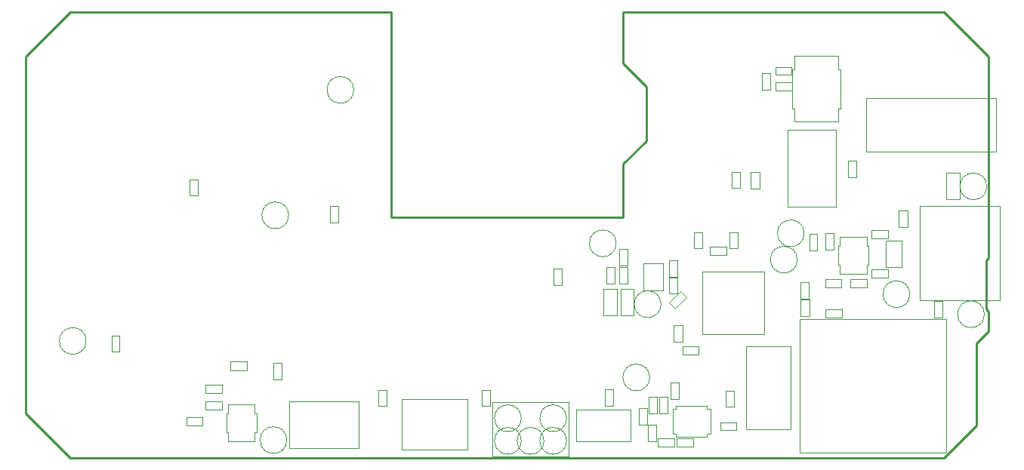
<source format=gbr>
%TF.GenerationSoftware,KiCad,Pcbnew,9.0.7*%
%TF.CreationDate,2026-01-30T16:58:59+00:00*%
%TF.ProjectId,FED3,46454433-2e6b-4696-9361-645f70636258,rev?*%
%TF.SameCoordinates,Original*%
%TF.FileFunction,Other,User*%
%FSLAX46Y46*%
G04 Gerber Fmt 4.6, Leading zero omitted, Abs format (unit mm)*
G04 Created by KiCad (PCBNEW 9.0.7) date 2026-01-30 16:58:59*
%MOMM*%
%LPD*%
G01*
G04 APERTURE LIST*
%ADD10C,0.050000*%
%TA.AperFunction,Profile*%
%ADD11C,0.250000*%
%TD*%
G04 APERTURE END LIST*
D10*
%TO.C,J1*%
X155432050Y-129879743D02*
X155432050Y-123789743D01*
X155432050Y-123789743D02*
X146812050Y-123789743D01*
X146812050Y-129879743D02*
X155432050Y-129879743D01*
X146812050Y-123789743D02*
X146812050Y-129879743D01*
%TO.C,TP13*%
X150082050Y-128109743D02*
G75*
G02*
X147082050Y-128109743I-1500000J0D01*
G01*
X147082050Y-128109743D02*
G75*
G02*
X150082050Y-128109743I1500000J0D01*
G01*
%TO.C,TP14*%
X152622050Y-128109743D02*
G75*
G02*
X149622050Y-128109743I-1500000J0D01*
G01*
X149622050Y-128109743D02*
G75*
G02*
X152622050Y-128109743I1500000J0D01*
G01*
%TO.C,TP15*%
X150082050Y-125569743D02*
G75*
G02*
X147082050Y-125569743I-1500000J0D01*
G01*
X147082050Y-125569743D02*
G75*
G02*
X150082050Y-125569743I1500000J0D01*
G01*
%TO.C,TP17*%
X155162050Y-128109743D02*
G75*
G02*
X152162050Y-128109743I-1500000J0D01*
G01*
X152162050Y-128109743D02*
G75*
G02*
X155162050Y-128109743I1500000J0D01*
G01*
%TO.C,TP16*%
X155162050Y-125569743D02*
G75*
G02*
X152162050Y-125569743I-1500000J0D01*
G01*
X152162050Y-125569743D02*
G75*
G02*
X155162050Y-125569743I1500000J0D01*
G01*
%TO.C,TP10*%
X181025000Y-107775000D02*
G75*
G02*
X178025000Y-107775000I-1500000J0D01*
G01*
X178025000Y-107775000D02*
G75*
G02*
X181025000Y-107775000I1500000J0D01*
G01*
%TO.C,TP9*%
X202000000Y-113900000D02*
G75*
G02*
X199000000Y-113900000I-1500000J0D01*
G01*
X199000000Y-113900000D02*
G75*
G02*
X202000000Y-113900000I1500000J0D01*
G01*
%TO.C,TP6*%
X202275000Y-99550000D02*
G75*
G02*
X199275000Y-99550000I-1500000J0D01*
G01*
X199275000Y-99550000D02*
G75*
G02*
X202275000Y-99550000I1500000J0D01*
G01*
%TO.C,TP1*%
X181800000Y-104825000D02*
G75*
G02*
X178800000Y-104825000I-1500000J0D01*
G01*
X178800000Y-104825000D02*
G75*
G02*
X181800000Y-104825000I1500000J0D01*
G01*
%TO.C,TP5*%
X101300000Y-116900000D02*
G75*
G02*
X98300000Y-116900000I-1500000J0D01*
G01*
X98300000Y-116900000D02*
G75*
G02*
X101300000Y-116900000I1500000J0D01*
G01*
%TO.C,TP2*%
X164475000Y-121000000D02*
G75*
G02*
X161475000Y-121000000I-1500000J0D01*
G01*
X161475000Y-121000000D02*
G75*
G02*
X164475000Y-121000000I1500000J0D01*
G01*
%TO.C,TP12*%
X131300000Y-88725000D02*
G75*
G02*
X128300000Y-88725000I-1500000J0D01*
G01*
X128300000Y-88725000D02*
G75*
G02*
X131300000Y-88725000I1500000J0D01*
G01*
%TO.C,TP11*%
X124000000Y-102800000D02*
G75*
G02*
X121000000Y-102800000I-1500000J0D01*
G01*
X121000000Y-102800000D02*
G75*
G02*
X124000000Y-102800000I1500000J0D01*
G01*
%TO.C,TP4*%
X193650000Y-111650000D02*
G75*
G02*
X190650000Y-111650000I-1500000J0D01*
G01*
X190650000Y-111650000D02*
G75*
G02*
X193650000Y-111650000I1500000J0D01*
G01*
%TO.C,TP3*%
X123800000Y-128025000D02*
G75*
G02*
X120800000Y-128025000I-1500000J0D01*
G01*
X120800000Y-128025000D02*
G75*
G02*
X123800000Y-128025000I1500000J0D01*
G01*
%TO.C,TP8*%
X160725000Y-105950000D02*
G75*
G02*
X157725000Y-105950000I-1500000J0D01*
G01*
X157725000Y-105950000D02*
G75*
G02*
X160725000Y-105950000I1500000J0D01*
G01*
%TO.C,TP7*%
X165750000Y-112775000D02*
G75*
G02*
X162750000Y-112775000I-1500000J0D01*
G01*
X162750000Y-112775000D02*
G75*
G02*
X165750000Y-112775000I1500000J0D01*
G01*
%TO.C,EXT0*%
X203344300Y-95614800D02*
X188794300Y-95614800D01*
X188794300Y-89614800D01*
X203344300Y-89614800D01*
X203344300Y-95614800D01*
%TO.C,J3*%
X194774200Y-112353600D02*
X203714200Y-112353600D01*
X203714200Y-101713600D01*
X194774200Y-101713600D01*
X194774200Y-112353600D01*
%TO.C,U3*%
X167070600Y-124520000D02*
X167420600Y-124520000D01*
X167070600Y-127280000D02*
X167070600Y-124520000D01*
X167420600Y-124150000D02*
X170920600Y-124150000D01*
X167420600Y-124520000D02*
X167420600Y-124150000D01*
X167420600Y-127280000D02*
X167070600Y-127280000D01*
X167420600Y-127650000D02*
X167420600Y-127280000D01*
X170920600Y-124150000D02*
X170920600Y-124520000D01*
X170920600Y-124520000D02*
X171270600Y-124520000D01*
X170920600Y-127280000D02*
X170920600Y-127650000D01*
X170920600Y-127650000D02*
X167420600Y-127650000D01*
X171270600Y-124520000D02*
X171270600Y-127280000D01*
X171270600Y-127280000D02*
X170920600Y-127280000D01*
%TO.C,SW2*%
X175300000Y-117475000D02*
X180300000Y-117475000D01*
X175300000Y-126775000D02*
X175300000Y-117475000D01*
X180300000Y-117475000D02*
X180300000Y-126775000D01*
X180300000Y-126775000D02*
X175300000Y-126775000D01*
%TO.C,C18*%
X166640000Y-109790000D02*
X167560000Y-109790000D01*
X166640000Y-111610000D02*
X166640000Y-109790000D01*
X167560000Y-109790000D02*
X167560000Y-111610000D01*
X167560000Y-111610000D02*
X166640000Y-111610000D01*
%TO.C,C17*%
X166640000Y-107862500D02*
X167560000Y-107862500D01*
X166640000Y-109682500D02*
X166640000Y-107862500D01*
X167560000Y-107862500D02*
X167560000Y-109682500D01*
X167560000Y-109682500D02*
X166640000Y-109682500D01*
%TO.C,R17*%
X167470000Y-127830000D02*
X169330000Y-127830000D01*
X167470000Y-128770000D02*
X167470000Y-127830000D01*
X169330000Y-127830000D02*
X169330000Y-128770000D01*
X169330000Y-128770000D02*
X167470000Y-128770000D01*
%TO.C,C21*%
X196400000Y-112460000D02*
X197320000Y-112460000D01*
X196400000Y-114280000D02*
X196400000Y-112460000D01*
X197320000Y-112460000D02*
X197320000Y-114280000D01*
X197320000Y-114280000D02*
X196400000Y-114280000D01*
%TO.C,X2*%
X165975000Y-108225000D02*
X163775000Y-108225000D01*
X163775000Y-111225000D01*
X165975000Y-111225000D01*
X165975000Y-108225000D01*
%TO.C,R24*%
X189316000Y-104457400D02*
X191176000Y-104457400D01*
X189316000Y-105397400D02*
X189316000Y-104457400D01*
X191176000Y-104457400D02*
X191176000Y-105397400D01*
X191176000Y-105397400D02*
X189316000Y-105397400D01*
%TO.C,R6*%
X178590000Y-87830000D02*
X180450000Y-87830000D01*
X178590000Y-88770000D02*
X178590000Y-87830000D01*
X180450000Y-87830000D02*
X180450000Y-88770000D01*
X180450000Y-88770000D02*
X178590000Y-88770000D01*
%TO.C,R25*%
X192430000Y-102290000D02*
X193370000Y-102290000D01*
X192430000Y-104150000D02*
X192430000Y-102290000D01*
X193370000Y-102290000D02*
X193370000Y-104150000D01*
X193370000Y-104150000D02*
X192430000Y-104150000D01*
%TO.C,C10*%
X173695500Y-97902400D02*
X174615500Y-97902400D01*
X173695500Y-99722400D02*
X173695500Y-97902400D01*
X174615500Y-97902400D02*
X174615500Y-99722400D01*
X174615500Y-99722400D02*
X173695500Y-99722400D01*
%TO.C,C1*%
X178590000Y-86140000D02*
X180410000Y-86140000D01*
X178590000Y-87060000D02*
X178590000Y-86140000D01*
X180410000Y-86140000D02*
X180410000Y-87060000D01*
X180410000Y-87060000D02*
X178590000Y-87060000D01*
%TO.C,CHG0*%
X197770000Y-98020000D02*
X199230000Y-98020000D01*
X197770000Y-100980000D02*
X197770000Y-98020000D01*
X199230000Y-98020000D02*
X199230000Y-100980000D01*
X199230000Y-100980000D02*
X197770000Y-100980000D01*
%TO.C,L1*%
X161210000Y-111040000D02*
X162670000Y-111040000D01*
X161210000Y-114000000D02*
X161210000Y-111040000D01*
X162670000Y-111040000D02*
X162670000Y-114000000D01*
X162670000Y-114000000D02*
X161210000Y-114000000D01*
%TO.C,R5*%
X181430000Y-112270000D02*
X182370000Y-112270000D01*
X181430000Y-114130000D02*
X181430000Y-112270000D01*
X182370000Y-112270000D02*
X182370000Y-114130000D01*
X182370000Y-114130000D02*
X181430000Y-114130000D01*
%TO.C,R14*%
X166839800Y-121598400D02*
X167779800Y-121598400D01*
X166839800Y-123458400D02*
X166839800Y-121598400D01*
X167779800Y-121598400D02*
X167779800Y-123458400D01*
X167779800Y-123458400D02*
X166839800Y-123458400D01*
%TO.C,C8*%
X134040000Y-122390000D02*
X134960000Y-122390000D01*
X134040000Y-124210000D02*
X134040000Y-122390000D01*
X134960000Y-122390000D02*
X134960000Y-124210000D01*
X134960000Y-124210000D02*
X134040000Y-124210000D01*
%TO.C,D1*%
X190932200Y-105621200D02*
X192752200Y-105621200D01*
X190932200Y-108621200D02*
X190932200Y-105621200D01*
X192752200Y-105621200D02*
X192752200Y-108621200D01*
X192752200Y-108621200D02*
X190932200Y-108621200D01*
%TO.C,C6*%
X159490000Y-122340000D02*
X160410000Y-122340000D01*
X159490000Y-124160000D02*
X159490000Y-122340000D01*
X160410000Y-122340000D02*
X160410000Y-124160000D01*
X160410000Y-124160000D02*
X159490000Y-124160000D01*
%TO.C,C3*%
X104140000Y-116290000D02*
X105060000Y-116290000D01*
X104140000Y-118110000D02*
X104140000Y-116290000D01*
X105060000Y-116290000D02*
X105060000Y-118110000D01*
X105060000Y-118110000D02*
X104140000Y-118110000D01*
%TO.C,C16*%
X164290000Y-126340000D02*
X165210000Y-126340000D01*
X164290000Y-128160000D02*
X164290000Y-126340000D01*
X165210000Y-126340000D02*
X165210000Y-128160000D01*
X165210000Y-128160000D02*
X164290000Y-128160000D01*
%TO.C,R12*%
X167200000Y-115095000D02*
X168140000Y-115095000D01*
X167200000Y-116955000D02*
X167200000Y-115095000D01*
X168140000Y-115095000D02*
X168140000Y-116955000D01*
X168140000Y-116955000D02*
X167200000Y-116955000D01*
%TO.C,R23*%
X189316000Y-108851600D02*
X191176000Y-108851600D01*
X189316000Y-109791600D02*
X189316000Y-108851600D01*
X191176000Y-108851600D02*
X191176000Y-109791600D01*
X191176000Y-109791600D02*
X189316000Y-109791600D01*
%TO.C,X1*%
X185389100Y-93191600D02*
X179939100Y-93191600D01*
X179939100Y-101841600D01*
X185389100Y-101841600D01*
X185389100Y-93191600D01*
%TO.C,R8*%
X114670000Y-121830000D02*
X116530000Y-121830000D01*
X114670000Y-122770000D02*
X114670000Y-121830000D01*
X116530000Y-121830000D02*
X116530000Y-122770000D01*
X116530000Y-122770000D02*
X114670000Y-122770000D01*
%TO.C,IC1*%
X117000000Y-125050000D02*
X117200000Y-125050000D01*
X117000000Y-127150000D02*
X117000000Y-125050000D01*
X117200000Y-124050000D02*
X120200000Y-124050000D01*
X117200000Y-125050000D02*
X117200000Y-124050000D01*
X117200000Y-127150000D02*
X117000000Y-127150000D01*
X117200000Y-128150000D02*
X117200000Y-127150000D01*
X120200000Y-124050000D02*
X120200000Y-125050000D01*
X120200000Y-125050000D02*
X120400000Y-125050000D01*
X120200000Y-127150000D02*
X120200000Y-128150000D01*
X120200000Y-128150000D02*
X117200000Y-128150000D01*
X120400000Y-125050000D02*
X120400000Y-127150000D01*
X120400000Y-127150000D02*
X120200000Y-127150000D01*
%TO.C,C19*%
X173420000Y-104677500D02*
X174340000Y-104677500D01*
X173420000Y-106497500D02*
X173420000Y-104677500D01*
X174340000Y-104677500D02*
X174340000Y-106497500D01*
X174340000Y-106497500D02*
X173420000Y-106497500D01*
%TO.C,X4*%
X181320000Y-129400000D02*
X197770000Y-129400000D01*
X197770000Y-114450000D01*
X181320000Y-114450000D01*
X181320000Y-129400000D01*
%TO.C,C23*%
X166651264Y-112598198D02*
X167938198Y-111311264D01*
X167301802Y-113248736D02*
X166651264Y-112598198D01*
X167938198Y-111311264D02*
X168588736Y-111961802D01*
X168588736Y-111961802D02*
X167301802Y-113248736D01*
%TO.C,R15*%
X159610000Y-108590000D02*
X160550000Y-108590000D01*
X159610000Y-110450000D02*
X159610000Y-108590000D01*
X160550000Y-108590000D02*
X160550000Y-110450000D01*
X160550000Y-110450000D02*
X159610000Y-110450000D01*
%TO.C,R11*%
X186970000Y-109930000D02*
X188830000Y-109930000D01*
X186970000Y-110870000D02*
X186970000Y-109930000D01*
X188830000Y-109930000D02*
X188830000Y-110870000D01*
X188830000Y-110870000D02*
X186970000Y-110870000D01*
%TO.C,L0*%
X159320000Y-111040000D02*
X160780000Y-111040000D01*
X159320000Y-114000000D02*
X159320000Y-111040000D01*
X160780000Y-111040000D02*
X160780000Y-114000000D01*
X160780000Y-114000000D02*
X159320000Y-114000000D01*
%TO.C,IC4*%
X180447100Y-86401600D02*
X180687100Y-86401600D01*
X180447100Y-90801600D02*
X180447100Y-86401600D01*
X180687100Y-84901600D02*
X185607100Y-84901600D01*
X180687100Y-86401600D02*
X180687100Y-84901600D01*
X180687100Y-90801600D02*
X180447100Y-90801600D01*
X180687100Y-92301600D02*
X180687100Y-90801600D01*
X185607100Y-84901600D02*
X185607100Y-86401600D01*
X185607100Y-86401600D02*
X185847100Y-86401600D01*
X185607100Y-90801600D02*
X185607100Y-92301600D01*
X185607100Y-92301600D02*
X180687100Y-92301600D01*
X185847100Y-86401600D02*
X185847100Y-90801600D01*
X185847100Y-90801600D02*
X185607100Y-90801600D01*
%TO.C,C15*%
X184165000Y-104840000D02*
X185085000Y-104840000D01*
X184165000Y-106660000D02*
X184165000Y-104840000D01*
X185085000Y-104840000D02*
X185085000Y-106660000D01*
X185085000Y-106660000D02*
X184165000Y-106660000D01*
%TO.C,C7*%
X145690000Y-122390000D02*
X146610000Y-122390000D01*
X145690000Y-124210000D02*
X145690000Y-122390000D01*
X146610000Y-122390000D02*
X146610000Y-124210000D01*
X146610000Y-124210000D02*
X145690000Y-124210000D01*
%TO.C,AUX_I2C0*%
X124100000Y-123700000D02*
X124100000Y-128900000D01*
X124100000Y-128900000D02*
X131900000Y-128900000D01*
X131900000Y-123700000D02*
X124100000Y-123700000D01*
X131900000Y-128900000D02*
X131900000Y-123700000D01*
%TO.C,C4*%
X112515000Y-125490000D02*
X114335000Y-125490000D01*
X112515000Y-126410000D02*
X112515000Y-125490000D01*
X114335000Y-125490000D02*
X114335000Y-126410000D01*
X114335000Y-126410000D02*
X112515000Y-126410000D01*
%TO.C,C12*%
X169420000Y-104677500D02*
X170340000Y-104677500D01*
X169420000Y-106497500D02*
X169420000Y-104677500D01*
X170340000Y-104677500D02*
X170340000Y-106497500D01*
X170340000Y-106497500D02*
X169420000Y-106497500D01*
%TO.C,R16*%
X165355400Y-127830000D02*
X167215400Y-127830000D01*
X165355400Y-128770000D02*
X165355400Y-127830000D01*
X167215400Y-127830000D02*
X167215400Y-128770000D01*
X167215400Y-128770000D02*
X165355400Y-128770000D01*
%TO.C,R13*%
X161080000Y-106570000D02*
X162020000Y-106570000D01*
X161080000Y-108430000D02*
X161080000Y-106570000D01*
X162020000Y-106570000D02*
X162020000Y-108430000D01*
X162020000Y-108430000D02*
X161080000Y-108430000D01*
%TO.C,U1*%
X170350000Y-109137500D02*
X177350000Y-109137500D01*
X170350000Y-116137500D02*
X170350000Y-109137500D01*
X177350000Y-109137500D02*
X177350000Y-116137500D01*
X177350000Y-116137500D02*
X170350000Y-116137500D01*
%TO.C,C2*%
X177040000Y-86890000D02*
X177960000Y-86890000D01*
X177040000Y-88710000D02*
X177040000Y-86890000D01*
X177960000Y-86890000D02*
X177960000Y-88710000D01*
X177960000Y-88710000D02*
X177040000Y-88710000D01*
%TO.C,C14*%
X184190000Y-113390000D02*
X186010000Y-113390000D01*
X184190000Y-114310000D02*
X184190000Y-113390000D01*
X186010000Y-113390000D02*
X186010000Y-114310000D01*
X186010000Y-114310000D02*
X184190000Y-114310000D01*
%TO.C,X3*%
X144074300Y-129136400D02*
X136724300Y-129136400D01*
X136724300Y-123386400D01*
X144074300Y-123386400D01*
X144074300Y-129136400D01*
%TO.C,C22*%
X168160000Y-117520000D02*
X169980000Y-117520000D01*
X168160000Y-118440000D02*
X168160000Y-117520000D01*
X169980000Y-117520000D02*
X169980000Y-118440000D01*
X169980000Y-118440000D02*
X168160000Y-118440000D01*
%TO.C,C13*%
X182365000Y-104890000D02*
X183285000Y-104890000D01*
X182365000Y-106710000D02*
X182365000Y-104890000D01*
X183285000Y-104890000D02*
X183285000Y-106710000D01*
X183285000Y-106710000D02*
X182365000Y-106710000D01*
%TO.C,R10*%
X186680000Y-96680000D02*
X187620000Y-96680000D01*
X186680000Y-98540000D02*
X186680000Y-96680000D01*
X187620000Y-96680000D02*
X187620000Y-98540000D01*
X187620000Y-98540000D02*
X186680000Y-98540000D01*
%TO.C,R21*%
X161080000Y-108590000D02*
X162020000Y-108590000D01*
X161080000Y-110450000D02*
X161080000Y-108590000D01*
X162020000Y-108590000D02*
X162020000Y-110450000D01*
X162020000Y-110450000D02*
X161080000Y-110450000D01*
%TO.C,R4*%
X181380000Y-110270000D02*
X182320000Y-110270000D01*
X181380000Y-112130000D02*
X181380000Y-110270000D01*
X182320000Y-110270000D02*
X182320000Y-112130000D01*
X182320000Y-112130000D02*
X181380000Y-112130000D01*
%TO.C,R9*%
X122290000Y-119400000D02*
X123230000Y-119400000D01*
X122290000Y-121260000D02*
X122290000Y-119400000D01*
X123230000Y-119400000D02*
X123230000Y-121260000D01*
X123230000Y-121260000D02*
X122290000Y-121260000D01*
%TO.C,R20*%
X163230000Y-124420000D02*
X164170000Y-124420000D01*
X163230000Y-126280000D02*
X163230000Y-124420000D01*
X164170000Y-124420000D02*
X164170000Y-126280000D01*
X164170000Y-126280000D02*
X163230000Y-126280000D01*
%TO.C,R1*%
X128630000Y-101770000D02*
X129570000Y-101770000D01*
X128630000Y-103630000D02*
X128630000Y-101770000D01*
X129570000Y-101770000D02*
X129570000Y-103630000D01*
X129570000Y-103630000D02*
X128630000Y-103630000D01*
%TO.C,R18*%
X164330000Y-123145000D02*
X165270000Y-123145000D01*
X164330000Y-125005000D02*
X164330000Y-123145000D01*
X165270000Y-123145000D02*
X165270000Y-125005000D01*
X165270000Y-125005000D02*
X164330000Y-125005000D01*
%TO.C,R3*%
X175839100Y-97913600D02*
X176779100Y-97913600D01*
X175839100Y-99773600D02*
X175839100Y-97913600D01*
X176779100Y-97913600D02*
X176779100Y-99773600D01*
X176779100Y-99773600D02*
X175839100Y-99773600D01*
%TO.C,C11*%
X184140000Y-109990000D02*
X185960000Y-109990000D01*
X184140000Y-110910000D02*
X184140000Y-109990000D01*
X185960000Y-109990000D02*
X185960000Y-110910000D01*
X185960000Y-110910000D02*
X184140000Y-110910000D01*
%TO.C,R19*%
X165530000Y-123145000D02*
X166470000Y-123145000D01*
X165530000Y-125005000D02*
X165530000Y-123145000D01*
X166470000Y-123145000D02*
X166470000Y-125005000D01*
X166470000Y-125005000D02*
X165530000Y-125005000D01*
%TO.C,C24*%
X171250000Y-106320000D02*
X173070000Y-106320000D01*
X171250000Y-107240000D02*
X171250000Y-106320000D01*
X173070000Y-106320000D02*
X173070000Y-107240000D01*
X173070000Y-107240000D02*
X171250000Y-107240000D01*
%TO.C,R22*%
X117460000Y-119230000D02*
X119320000Y-119230000D01*
X117460000Y-120170000D02*
X117460000Y-119230000D01*
X119320000Y-119230000D02*
X119320000Y-120170000D01*
X119320000Y-120170000D02*
X117460000Y-120170000D01*
%TO.C,C20*%
X172390000Y-126015000D02*
X174210000Y-126015000D01*
X172390000Y-126935000D02*
X172390000Y-126015000D01*
X174210000Y-126015000D02*
X174210000Y-126935000D01*
X174210000Y-126935000D02*
X172390000Y-126935000D01*
%TO.C,C5*%
X173040000Y-122490000D02*
X173960000Y-122490000D01*
X173040000Y-124310000D02*
X173040000Y-122490000D01*
X173960000Y-122490000D02*
X173960000Y-124310000D01*
X173960000Y-124310000D02*
X173040000Y-124310000D01*
%TO.C,R2*%
X153730000Y-108770000D02*
X154670000Y-108770000D01*
X153730000Y-110630000D02*
X153730000Y-108770000D01*
X154670000Y-108770000D02*
X154670000Y-110630000D01*
X154670000Y-110630000D02*
X153730000Y-110630000D01*
%TO.C,C9*%
X112930000Y-98780000D02*
X113850000Y-98780000D01*
X112930000Y-100600000D02*
X112930000Y-98780000D01*
X113850000Y-98780000D02*
X113850000Y-100600000D01*
X113850000Y-100600000D02*
X112930000Y-100600000D01*
%TO.C,R7*%
X114670000Y-123680000D02*
X116530000Y-123680000D01*
X114670000Y-124620000D02*
X114670000Y-123680000D01*
X116530000Y-123680000D02*
X116530000Y-124620000D01*
X116530000Y-124620000D02*
X114670000Y-124620000D01*
%TO.C,J2*%
X156230000Y-124630000D02*
X156230000Y-128170000D01*
X156230000Y-128170000D02*
X162320000Y-128170000D01*
X162320000Y-124630000D02*
X156230000Y-124630000D01*
X162320000Y-128170000D02*
X162320000Y-124630000D01*
%TO.C,U2*%
X185600000Y-106250000D02*
X185800000Y-106250000D01*
X185600000Y-108350000D02*
X185600000Y-106250000D01*
X185800000Y-105250000D02*
X188800000Y-105250000D01*
X185800000Y-106250000D02*
X185800000Y-105250000D01*
X185800000Y-108350000D02*
X185600000Y-108350000D01*
X185800000Y-109350000D02*
X185800000Y-108350000D01*
X188800000Y-105250000D02*
X188800000Y-106250000D01*
X188800000Y-106250000D02*
X189000000Y-106250000D01*
X188800000Y-108350000D02*
X188800000Y-109350000D01*
X188800000Y-109350000D02*
X185800000Y-109350000D01*
X189000000Y-106250000D02*
X189000000Y-108350000D01*
X189000000Y-108350000D02*
X188800000Y-108350000D01*
%TD*%
D11*
X201101100Y-126403600D02*
X201101100Y-117203600D01*
X161501100Y-103003600D02*
X135501100Y-103003600D01*
X161501100Y-80003600D02*
X161501100Y-85751600D01*
X161501100Y-85751600D02*
X164097100Y-88347600D01*
X99501100Y-80003600D02*
X94501100Y-85003600D01*
X202221100Y-107883600D02*
X202501100Y-107603600D01*
X202501100Y-85003600D02*
X197501100Y-80003600D01*
X202221100Y-113323600D02*
X202221100Y-107883600D01*
X202501100Y-107603600D02*
X202501100Y-85003600D01*
X161501100Y-96983600D02*
X161501100Y-103003600D01*
X202501100Y-113603600D02*
X202221100Y-113323600D01*
X135501100Y-103003600D02*
X135501100Y-80003600D01*
X94501100Y-125003600D02*
X99501100Y-130003600D01*
X164097100Y-88347600D02*
X164097100Y-94443600D01*
X197501100Y-130003600D02*
X201101100Y-126403600D01*
X197501100Y-80003600D02*
X161501100Y-80003600D01*
X202501100Y-115803600D02*
X202501100Y-113603600D01*
X94501100Y-85003600D02*
X94501100Y-125003600D01*
X99501100Y-130003600D02*
X197501100Y-130003600D01*
X164097100Y-94443600D02*
X161501100Y-96983600D01*
X201101100Y-117203600D02*
X202501100Y-115803600D01*
X135501100Y-80003600D02*
X99501100Y-80003600D01*
M02*

</source>
